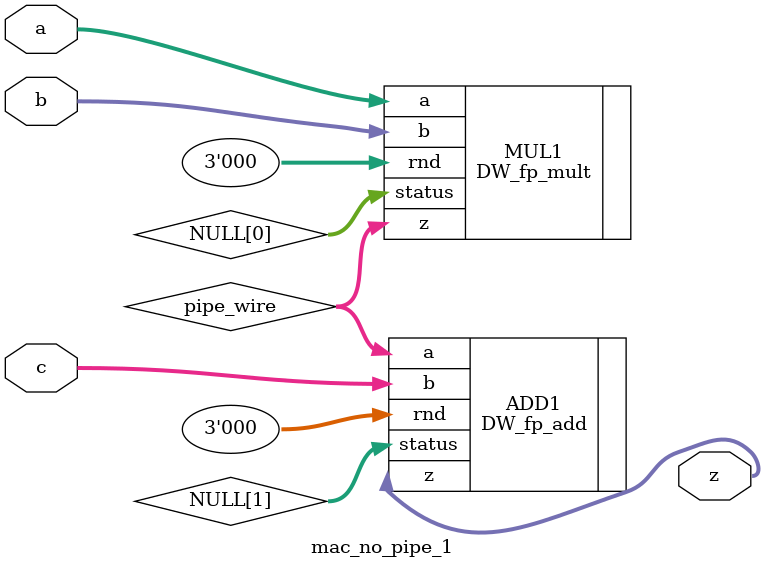
<source format=v>


module ATTN(
    //Input Port
    clk,
    rst_n,

    in_valid,
    in_str,
    q_weight,
    k_weight,
    v_weight,
    out_weight,

    //Output Port
    out_valid,
    out
    );

	//---------------------------------------------------------------------
	//   PARAMETER
	//---------------------------------------------------------------------
	integer i, j, k, l;
	// IEEE floating point parameter
	parameter inst_sig_width = 23;
	parameter inst_exp_width = 8;
	parameter inst_ieee_compliance = 0;
	parameter inst_arch_type = 0;
	parameter inst_arch = 0;
	parameter inst_faithful_round = 0;
	parameter sqare_root_2      = 32'b00111111101101010000010011110011;
	parameter rcp_square_root_2 = 32'b00111111001101010000010011110011;

	parameter IDLE = 3'd0;
	parameter IN = 3'd1;
	parameter CAL = 3'd2;
	parameter OUT = 3'd3;

	input rst_n, clk, in_valid;
	input [inst_sig_width+inst_exp_width:0] in_str, q_weight, k_weight, v_weight, out_weight;

	output reg	out_valid;
	output reg [inst_sig_width+inst_exp_width:0] out;

	//---------------------------------------------------------------------
	//   Reg & Wires
	//---------------------------------------------------------------------
	reg  [7:0] cnt;
	reg  [inst_sig_width+inst_exp_width:0] in_str_r   [0:4][0:3];
	reg  [inst_sig_width+inst_exp_width:0] q_weight_r [0:3][0:3];
	reg  [inst_sig_width+inst_exp_width:0] k_weight_r [0:3][0:3];
	reg  [inst_sig_width+inst_exp_width:0] v_weight_r [0:3][0:3];
	reg  [inst_sig_width+inst_exp_width:0] o_weight_r [0:3][0:3];

	reg  [inst_sig_width+inst_exp_width:0] K [0:4][0:3];
	reg  [inst_sig_width+inst_exp_width:0] V [0:4][0:3];
	reg  [inst_sig_width+inst_exp_width:0] Q [0:4][0:3];


	reg  [inst_sig_width+inst_exp_width:0] mac_1_a, mac_1_b, mac_1_c;
	wire [inst_sig_width+inst_exp_width:0] mac_1_z;

	reg  [inst_sig_width+inst_exp_width:0] mac_2_a, mac_2_b, mac_2_c;
	wire [inst_sig_width+inst_exp_width:0] mac_2_z;

	reg  [inst_sig_width+inst_exp_width:0] mac_3_a, mac_3_b, mac_3_c;
	wire [inst_sig_width+inst_exp_width:0] mac_3_z;

	reg  [inst_sig_width+inst_exp_width:0] mac_4_a, mac_4_b, mac_4_c;
	wire [inst_sig_width+inst_exp_width:0] mac_4_z;

	reg  [inst_sig_width+inst_exp_width:0] mac_5_a, mac_5_b, mac_5_c;
	wire [inst_sig_width+inst_exp_width:0] mac_5_z;

	reg  [inst_sig_width+inst_exp_width:0] mac_6_a, mac_6_b, mac_6_c;
	wire [inst_sig_width+inst_exp_width:0] mac_6_z;

	reg  [inst_sig_width+inst_exp_width:0] mac_7_a, mac_7_b, mac_7_c;
	wire [inst_sig_width+inst_exp_width:0] mac_7_z;

	reg  [inst_sig_width+inst_exp_width:0] dp4_1_a, dp4_1_b, dp4_1_c, dp4_1_d, dp4_1_e, dp4_1_f, dp4_1_g, dp4_1_h;
	wire [inst_sig_width+inst_exp_width:0] dp4_1_z;

	reg  [inst_sig_width+inst_exp_width:0] dp2_1_a, dp2_1_b, dp2_1_c, dp2_1_d;
	wire [inst_sig_width+inst_exp_width:0] dp2_1_z;

	reg  [inst_sig_width+inst_exp_width:0] dp2_2_a, dp2_2_b, dp2_2_c, dp2_2_d;
	wire [inst_sig_width+inst_exp_width:0] dp2_2_z;

	reg  [inst_sig_width+inst_exp_width:0] div_1_a, div_1_b;
	wire [inst_sig_width+inst_exp_width:0] div_1_z;

	reg  [inst_sig_width+inst_exp_width:0] div_2_a, div_2_b;
	wire [inst_sig_width+inst_exp_width:0] div_2_z;

	reg  [inst_sig_width+inst_exp_width:0] exp_1_a;
	wire [inst_sig_width+inst_exp_width:0] exp_1_z;

	reg  [inst_sig_width+inst_exp_width:0] exp_2_a;
	wire [inst_sig_width+inst_exp_width:0] exp_2_z;

	reg  [inst_sig_width+inst_exp_width:0] add_1_a, add_1_b;
	wire [inst_sig_width+inst_exp_width:0] add_1_z;

	reg  [inst_sig_width+inst_exp_width:0] add_2_a, add_2_b;
	wire [inst_sig_width+inst_exp_width:0] add_2_z;

	reg  [inst_sig_width+inst_exp_width:0] div_s1_a, div_s1_b;
	wire [inst_sig_width+inst_exp_width:0] div_s1_z;

	reg  [inst_sig_width+inst_exp_width:0] div_s2_a, div_s2_b;
	wire [inst_sig_width+inst_exp_width:0] div_s2_z;



	wire [7:0] NULL [8:0];

	reg flush_trigger_mac_23;
	reg flush_trigger_mac_567;

	reg [31:0] exp_val_1 [0:4];
	reg [31:0] exp_val_2 [0:4];

	reg [31:0] ad_2_a_fw_1;
	reg [31:0] ad_2_a_fw_2;
	reg [31:0] ad_2_a_fw_3;
	reg [31:0] ad_2_a_fw_4;

	reg [31:0] ad_1_a_fw_1;
	reg [31:0] ad_1_a_fw_2;
	reg [31:0] ad_1_a_fw_3;
	reg [31:0] ad_1_a_fw_4;


	reg [31:0] exp_1_pipeline;
	reg [31:0] exp_2_pipeline;

	wire [31:0] fz_dp2_dv_1, fz_dp2_dv_2;

	reg o_r;

	//---------------------------------------------------------------------
	// IPs
	//---------------------------------------------------------------------
	// mac
	mac_no_pipe_1  mac_1 (.a(mac_1_a), .b(mac_1_b), .c(mac_1_c), .z(mac_1_z));
	mac_no_pipe_1  mac_2 (.a(mac_2_a), .b(mac_2_b), .c(mac_2_c), .z(mac_2_z));
	mac_no_pipe_1  mac_3 (.a(mac_3_a), .b(mac_3_b), .c(mac_3_c), .z(mac_3_z));
	mac_no_pipe_1  mac_4 (.a(mac_4_a), .b(mac_4_b), .c(mac_4_c), .z(mac_4_z));
	mac_no_pipe_1  mac_5 (.a(mac_5_a), .b(mac_5_b), .c(mac_5_c), .z(mac_5_z));
	mac_no_pipe_1  mac_6 (.a(mac_6_a), .b(mac_6_b), .c(mac_6_c), .z(mac_6_z));
	mac_no_pipe_1  mac_7 (.a(mac_7_a), .b(mac_7_b), .c(mac_7_c), .z(mac_7_z));

	dp4_no_pipe dp4_1 (.a(dp4_1_a), .b(dp4_1_b), .c(dp4_1_c), .d(dp4_1_d), .e(dp4_1_e), .f(dp4_1_f), .g(dp4_1_g), .h(dp4_1_h), .z(dp4_1_z));

	// dot 2
	dot2_no_pipe dp2_1 (.a(dp2_1_a), .b(dp2_1_b), .c(dp2_1_c), .d(dp2_1_d), .z(fz_dp2_dv_1));
	dot2_no_pipe dp2_2 (.a(dp2_2_a), .b(dp2_2_b), .c(dp2_2_c), .d(dp2_2_d), .z(fz_dp2_dv_2));

	// div
	DW_fp_mult #(inst_sig_width, inst_exp_width, inst_ieee_compliance)
	DIV1 ( .a(fz_dp2_dv_1), .b(rcp_square_root_2), .z(div_1_z), .rnd(3'b000), .status(NULL[0]));

	DW_fp_mult #(inst_sig_width, inst_exp_width, inst_ieee_compliance)
	DIV2 ( .a(fz_dp2_dv_2), .b(rcp_square_root_2), .z(div_2_z), .rnd(3'b000), .status(NULL[1]));

	DW_fp_exp #(inst_sig_width, inst_exp_width, inst_ieee_compliance, inst_arch)
	EXP1 ( .a(exp_1_a), .z(exp_1_z), .status(NULL[2]));

	DW_fp_exp #(inst_sig_width, inst_exp_width, inst_ieee_compliance, inst_arch)
	EXP2 ( .a(exp_2_a), .z(exp_2_z), .status(NULL[3]));

	DW_fp_add #(inst_sig_width, inst_exp_width, inst_ieee_compliance)
	ADD1 ( .a(add_1_a), .b(add_1_b), .z(add_1_z), .rnd(3'b000), .status(NULL[4]));

	DW_fp_add #(inst_sig_width, inst_exp_width, inst_ieee_compliance)
	ADD2 ( .a(add_2_a), .b(add_2_b), .z(add_2_z), .rnd(3'b000), .status(NULL[5]));

	DW_fp_div #(inst_sig_width, inst_exp_width, inst_ieee_compliance, inst_faithful_round)
	DIVs1 ( .a(div_s1_a), .b(div_s1_b), .z(div_s1_z), .rnd(3'b000), .status(NULL[6]));

	DW_fp_div #(inst_sig_width, inst_exp_width, inst_ieee_compliance, inst_faithful_round)
	DIVs2 ( .a(div_s2_a), .b(div_s2_b), .z(div_s2_z), .rnd(3'b000), .status(NULL[7]));

	//---------------------------------------------------------------------
	// Design
	//---------------------------------------------------------------------

	always @(posedge clk or negedge rst_n) begin
	    if (~rst_n) begin
			cnt <= 'd0;
		end
		else begin
			if (in_valid) begin
				cnt <= cnt + 'b1;
			end
			else if (cnt == 'd54) begin
				cnt <= 'd0;
			end
			else if (cnt > 'd0) begin
				cnt <= cnt + 'b1;
			end
			else begin
				cnt <= 'd0;
			end
		end
	end

	always @(posedge clk, negedge rst_n) begin
		if (~rst_n) begin
			for (i = 0; i < 4; i = i + 1) begin
				for (j = 0; j < 4; j = j + 1) begin
					q_weight_r[i][j] <= 'd0;
					v_weight_r[i][j] <= 'd0;
					o_weight_r[i][j] <= 'd0;
				end
			end
		end
		else begin
			if (cnt < 'd16 && in_valid) begin
				q_weight_r[cnt[3:2]][cnt[1:0]] <= q_weight;
				v_weight_r[cnt[3:2]][cnt[1:0]] <= v_weight;
				o_weight_r[cnt[3:2]][cnt[1:0]] <= out_weight;
			end
		end
	end

	always @(posedge clk, negedge rst_n) begin
		if (~rst_n) begin
			o_r <= 'd0;
		end
		else begin
			if (cnt < 'd15 || cnt == 'd54) begin
				o_r <= 1'b1;
			end
			else begin
				o_r <= 1'b0;
			end
		end
	end
	

	always @(posedge clk, negedge rst_n) begin
		if (~rst_n) begin
			for (i = 0; i < 5; i = i + 1) begin
				for (j = 0; j < 4; j = j + 1) begin
					in_str_r[i][j] <= 'd0;
				end
			end
		end
		else begin
			if (cnt < 'd20 && in_valid) begin
				in_str_r[cnt[4:2]][cnt[1:0]] <= in_str;
			end
		end
	end

	always @(posedge clk, negedge rst_n) begin
		if (~rst_n) begin
			out_valid <= 'd0;
		end
		else if (cnt == 'd34) begin
			out_valid <= 'd1;
		end
		else if (cnt == 'd54) begin
			out_valid <= 'd0;
		end
	end




	always @(posedge clk or negedge rst_n) begin
		if (~rst_n) begin
			out <= 'b0;
		end
		else begin
			if (cnt > 'd33 && cnt < 'd54) begin
				out <= dp4_1_z;
			end
			else if (cnt == 'd54) begin
				out <= 'd0;
			end
		end
	end

	always @(posedge clk, negedge rst_n) begin
		if (~rst_n) begin
			mac_4_c <= 'd0;
		end
		else begin
			if (cnt == 'd0 || cnt == 'd4 || cnt == 'd8 || cnt == 'd12 || cnt == 'd16 || cnt == 'd20 || cnt == 'd24 || cnt == 'd29 || cnt == 'd34 || cnt == 'd39 || cnt == 'd44) begin
				mac_4_c <= 'd0;
			end
			else begin
				mac_4_c <= mac_4_z;
			end
		end
	end

	always @(posedge clk, negedge rst_n) begin
		if (~rst_n) begin
			mac_1_c <= 'd0;
		end
		else begin
			if (cnt == 'd0 || cnt == 'd4 || cnt == 'd8 || cnt == 'd12 || cnt == 'd16 || cnt == 'd20 || cnt == 'd24 || cnt == 'd29 || cnt == 'd34 || cnt == 'd39 || cnt == 'd44) begin
				mac_1_c <= 'd0;
			end
			else begin
				mac_1_c <= mac_1_z;
			end
		end
	end

	always @(posedge clk, negedge rst_n) begin
		if (~rst_n) begin
			flush_trigger_mac_23 <= 'd0;
		end
		else begin
			if (cnt == 'd3 || cnt == 'd7 || cnt == 'd11 || cnt == 'd15 || cnt == 'd19 || cnt == 'd23 || cnt == 'd28 || cnt == 'd33 || cnt == 'd38 || cnt == 'd43) begin
				flush_trigger_mac_23 <= 'd1;
			end
			else begin
				flush_trigger_mac_23 <= 'd0;
			end
		end
	end

	always @(posedge clk, negedge rst_n) begin
		if (~rst_n) begin
			mac_2_c <= 'd0;
		end
		else begin
			if (flush_trigger_mac_23) begin
				mac_2_c <= 'd0;
			end
			else begin
				mac_2_c <= mac_2_z;
			end
		end
	end

	always @(posedge clk, negedge rst_n) begin
		if (~rst_n) begin
			mac_3_c <= 'd0;
		end
		else begin
			if (flush_trigger_mac_23) begin
				mac_3_c <= 'd0;
			end
			else begin
				mac_3_c <= mac_3_z;
			end
		end
	end

	
	always @(posedge clk, negedge rst_n) begin
		if (~rst_n) begin
			flush_trigger_mac_567 <= 'd0;
		end
		else begin
			if (cnt[1:0] == 2'b11) begin
				flush_trigger_mac_567 <= 'd1;
			end
			else begin
				flush_trigger_mac_567 <= 'd0;
			end
		end
	end

	always @(posedge clk, negedge rst_n) begin
		if (~rst_n) begin
			mac_5_c <= 'd0;
		end
		else begin
			if (flush_trigger_mac_567) begin
				mac_5_c <= 'd0;
			end
			else begin
				mac_5_c <= mac_5_z;
			end
		end
	end

	always @(posedge clk, negedge rst_n) begin
		if (~rst_n) begin
			mac_6_c <= 'd0;
		end
		else begin
			if (flush_trigger_mac_567) begin
				mac_6_c <= 'd0;
			end
			else begin
				mac_6_c <= mac_6_z;
			end
		end
	end
	

	always @(posedge clk, negedge rst_n) begin
		if (~rst_n) begin
			mac_7_c <= 'd0;
		end
		else begin
			if (flush_trigger_mac_567) begin
				mac_7_c <= 'd0;
			end
			else begin
				mac_7_c <= mac_7_z;
			end
		end
	end

	always @(posedge clk, negedge rst_n) begin
		if (~rst_n) begin
			for (i = 0; i < 5; i = i + 1) begin
				for (j = 0; j < 4; j = j + 1) begin
					Q[i][j] <= 'd0;
				end
			end
		end
		else begin
			// if (cnt == 'd0) begin
			// 	for (i = 0; i < 5; i = i + 1) begin
			// 		for (j = 0; j < 4; j = j + 1) begin
			// 			Q[i][j] <= 'd0;
			// 		end
			// 	end
			// end
			// else begin
				case (cnt)
					'd1, 'd2, 'd3, 'd4: begin
						Q[0][0] <= mac_1_z;
					end
					'd5, 'd6, 'd7, 'd8: begin
						Q[0][1] <= mac_1_z;
						Q[1][0] <= mac_2_z;
						Q[1][1] <= mac_3_z;
					end
					'd9, 'd10, 'd11, 'd12: begin
						Q[0][2] <= mac_1_z;
						Q[1][2] <= mac_2_z;
						Q[2][0] <= mac_3_z;
					end
					'd13, 'd14, 'd15, 'd16: begin
						Q[0][3] <= mac_1_z;
					end
					'd17, 'd18, 'd19, 'd20: begin
						Q[1][3] <= mac_1_z;
					end
					'd21, 'd22, 'd23: begin
						Q[2][1] <= mac_1_z;
						Q[2][2] <= mac_2_z;
						Q[2][3] <= mac_3_z;
					end
					'd24: begin
						Q[2][1] <= mac_1_z;
						Q[2][2] <= mac_2_z;
						Q[2][3] <= mac_3_z;
						Q[3][0] <= dp4_1_z;
					end
					'd25: begin
						Q[3][1] <= dp4_1_z;
					end
					'd26: begin
						Q[3][2] <= dp4_1_z;
					end
					'd27: begin
						Q[3][3] <= dp4_1_z;
					end
					'd28: begin
						Q[4][0] <= dp4_1_z;
					end
					'd29: begin
						Q[4][1] <= dp4_1_z;
					end
					'd30: begin
						Q[4][2] <= dp4_1_z;
					end
					'd31: begin
						Q[4][3] <= dp4_1_z;
					end
				endcase
			// end
		end
	end

	always @(posedge clk, negedge rst_n) begin
		if (~rst_n) begin
			for (i = 0; i < 5; i = i + 1) begin
				for (j = 0; j < 4; j = j + 1) begin
					K[i][j] <= 'd0;
				end
			end
		end
		else begin
			// if (cnt == 'd0) begin
			// 	for (i = 0; i < 5; i = i + 1) begin
			// 		for (j = 0; j < 4; j = j + 1) begin
			// 			K[i][j] <= 'd0;
			// 		end
			// 	end
			// end
			// else begin
				case (cnt)
					'd1, 'd2, 'd3, 'd4: begin
						K[0][0] <= mac_4_z;
					end
					'd5, 'd6, 'd7, 'd8: begin
						K[0][1] <= mac_4_z;
						K[1][0] <= mac_5_z;
						K[1][1] <= mac_6_z;
					end
					'd9: begin
						K[0][2] <= mac_4_z;
						K[1][2] <= mac_5_z;
						K[2][0] <= mac_6_z;
						K[2][2] <= mac_7_z;
					end
					'd10: begin
						K[0][2] <= mac_4_z;
						K[1][2] <= mac_5_z;
						K[2][0] <= mac_6_z;
						K[2][2] <= mac_7_z;
					end
					'd11: begin
						K[0][2] <= mac_4_z;
						K[1][2] <= mac_5_z;
						K[2][0] <= mac_6_z;
						K[2][2] <= mac_7_z;
					end
					'd12: begin
						K[0][2] <= mac_4_z;
						K[1][2] <= mac_5_z;
						K[2][0] <= mac_6_z;
						K[2][1] <= dp4_1_z;
						K[2][2] <= mac_7_z;
					end
					'd13, 'd14, 'd15, 'd16: begin
						K[2][3] <= mac_2_z;
						K[1][3] <= mac_3_z;
						K[0][3] <= mac_4_z;
						K[3][0] <= mac_5_z;
						K[3][1] <= mac_6_z;
						K[3][3] <= mac_7_z;
					end
					'd17: begin
						K[4][2] <= mac_2_z;
						K[4][1] <= mac_3_z;
						K[4][0] <= mac_4_z;
						K[4][3] <= mac_5_z;
						K[3][2] <= dp4_1_z;
					end
					'd18: begin
						K[4][2] <= mac_2_z;
						K[4][1] <= mac_3_z;
						K[4][0] <= mac_4_z;
						K[4][3] <= mac_5_z;
					end
					'd19: begin
						K[4][2] <= mac_2_z;
						K[4][1] <= mac_3_z;
						K[4][0] <= mac_4_z;
						K[4][3] <= mac_5_z;
					end
					'd20: begin
						K[4][2] <= mac_2_z;
						K[4][1] <= mac_3_z;
						K[4][0] <= mac_4_z;
						K[4][3] <= mac_5_z;
					end
				endcase
			// end
		end
	end

	always @(posedge clk, negedge rst_n) begin
		if (~rst_n) begin
			for (i = 0; i < 5; i = i + 1) begin
				for (j = 0; j < 4; j = j + 1) begin
					V[i][j] <= 'd0;
				end
			end
		end
		else begin
			// if (cnt == 'd0) begin
			// 	for (i = 0; i < 5; i = i + 1) begin
			// 		for (j = 0; j < 4; j = j + 1) begin
			// 			V[i][j] <= 'd0;
			// 		end
			// 	end
			// end
			// else begin
				case (cnt)
					'd1, 'd2, 'd3, 'd4: begin
					end
					'd8: begin
						V[0][0] <= dp4_1_z;
					end
					'd9: begin
						V[0][1] <= dp4_1_z;
					end
					'd10: begin
						V[1][0] <= dp4_1_z;
					end
					'd11: begin
						V[1][1] <= dp4_1_z;
					end
					'd13: begin
						V[0][2] <= dp4_1_z;
					end
					'd14: begin
						V[2][0] <= dp4_1_z;
					end
					'd15: begin
						V[2][1] <= dp4_1_z;
					end
					'd16: begin
						V[2][3] <= dp4_1_z;
					end
					'd17: begin
						V[3][0] <= mac_7_z;
						V[0][3] <= mac_6_z;
					end
					'd18: begin
						V[3][0] <= mac_7_z;
						V[0][3] <= mac_6_z;
						V[3][1] <= dp4_1_z;
					end
					'd19: begin
						V[3][0] <= mac_7_z;
						V[0][3] <= mac_6_z;
						V[3][2] <= dp4_1_z;
					end
					'd20: begin
						V[3][0] <= mac_7_z;
						V[0][3] <= mac_6_z;
						V[4][0] <= dp4_1_z;
					end
					'd21: begin
						V[1][2] <= mac_4_z;
						V[2][2] <= mac_5_z;
						V[1][3] <= mac_6_z;
						V[3][3] <= mac_7_z;
						V[4][1] <= dp4_1_z;
					end
					'd22: begin
						V[1][2] <= mac_4_z;
						V[2][2] <= mac_5_z;
						V[1][3] <= mac_6_z;
						V[3][3] <= mac_7_z;
						V[4][2] <= dp4_1_z;
					end
					'd23: begin
						V[1][2] <= mac_4_z;
						V[2][2] <= mac_5_z;
						V[1][3] <= mac_6_z;
						V[3][3] <= mac_7_z;
						V[4][3] <= dp4_1_z;
					end
					'd24: begin
						V[1][2] <= mac_4_z;
						V[2][2] <= mac_5_z;
						V[1][3] <= mac_6_z;
						V[3][3] <= mac_7_z;
					end
				endcase
			// end
		end
	end

	always @(posedge clk, negedge rst_n) begin
		if (~rst_n) begin
			mac_1_a <= 'd0;
			mac_1_b <= 'd0;
		end
		else begin
			case (cnt)
				// Q00
				'd0, 'd1, 'd2, 'd3: begin
					mac_1_a <= in_str;
					mac_1_b <= q_weight;
				end
				// Q01
				'd4: begin
					mac_1_a <= in_str_r  [0][0];
					mac_1_b <= q_weight;
				end
				'd5: begin
					mac_1_a <= in_str_r  [0][1];
					mac_1_b <= q_weight;
				end
				'd6: begin
					mac_1_a <= in_str_r  [0][2];
					mac_1_b <= q_weight;
				end
				'd7: begin
					mac_1_a <= in_str_r  [0][3];
					mac_1_b <= q_weight;
				end
				// Q02
				'd8: begin
					mac_1_a <= in_str_r  [0][0];
					mac_1_b <= q_weight;
				end
				'd9: begin
					mac_1_a <= in_str_r  [0][1];
					mac_1_b <= q_weight;
				end
				'd10: begin
					mac_1_a <= in_str_r  [0][2];
					mac_1_b <= q_weight;
				end
				'd11: begin
					mac_1_a <= in_str_r  [0][3];
					mac_1_b <= q_weight;
				end
				// Q03
				'd12: begin
					mac_1_a <= in_str_r  [0][0];
					mac_1_b <= q_weight;
				end
				'd13: begin
					mac_1_a <= in_str_r  [0][1];
					mac_1_b <= q_weight;
				end
				'd14: begin
					mac_1_a <= in_str_r  [0][2];
					mac_1_b <= q_weight;
				end
				'd15: begin
					mac_1_a <= in_str_r  [0][3];
					mac_1_b <= q_weight;
				end
				// Q13
				'd16: begin
					mac_1_a <= in_str_r   [1][0];
					mac_1_b <= q_weight_r [3][0];
				end
				'd17: begin
					mac_1_a <= in_str_r   [1][1];
					mac_1_b <= q_weight_r [3][1];
				end
				'd18: begin
					mac_1_a <= in_str_r   [1][2];
					mac_1_b <= q_weight_r [3][2];
				end
				'd19: begin
					mac_1_a <= in_str_r   [1][3];
					mac_1_b <= q_weight_r [3][3];
				end
				// Q21
				'd20: begin
					mac_1_a <= in_str_r   [2][0];
					mac_1_b <= q_weight_r [1][0];
				end
				'd21: begin
					mac_1_a <= in_str_r   [2][1];
					mac_1_b <= q_weight_r [1][1];
				end
				'd22: begin
					mac_1_a <= in_str_r   [2][2];
					mac_1_b <= q_weight_r [1][2];
				end
				'd23: begin
					mac_1_a <= in_str_r   [2][3];
					mac_1_b <= q_weight_r [1][3];
				end
				// HO
				'd24: begin
					mac_1_a <= div_s1_z;
					mac_1_b <= V [0][0];
				end
				'd25: begin
					mac_1_a <= div_s1_z;
					mac_1_b <= V [1][0];
				end
				'd26: begin
					mac_1_a <= div_s1_z;
					mac_1_b <= V [2][0];
				end
				'd27: begin
					mac_1_a <= div_s1_z;
					mac_1_b <= V [3][0];
				end
				'd28: begin
					mac_1_a <= div_s1_z;
					mac_1_b <= V [4][0];
				end
				'd29: begin
					mac_1_a <= div_s1_z;
					mac_1_b <= V [0][0];
				end
				'd30: begin
					mac_1_a <= div_s1_z;
					mac_1_b <= V [1][0];
				end
				'd31: begin
					mac_1_a <= div_s1_z;
					mac_1_b <= V [2][0];
				end
				'd32: begin
					mac_1_a <= div_s1_z;
					mac_1_b <= V [3][0];
				end
				'd33: begin
					mac_1_a <= div_s1_z;
					mac_1_b <= V [4][0];
				end
				'd34: begin
					mac_1_a <= div_s1_z;
					mac_1_b <= V [0][0];
				end
				'd35: begin
					mac_1_a <= div_s1_z;
					mac_1_b <= V [1][0];
				end
				'd36: begin
					mac_1_a <= div_s1_z;
					mac_1_b <= V [2][0];
				end
				'd37: begin
					mac_1_a <= div_s1_z;
					mac_1_b <= V [3][0];
				end
				'd38: begin
					mac_1_a <= div_s1_z;
					mac_1_b <= V [4][0];
				end
				'd39: begin
					mac_1_a <= div_s1_z;
					mac_1_b <= V [0][0];
				end
				'd40: begin
					mac_1_a <= div_s1_z;
					mac_1_b <= V [1][0];
				end
				'd41: begin
					mac_1_a <= div_s1_z;
					mac_1_b <= V [2][0];
				end
				'd42: begin
					mac_1_a <= div_s1_z;
					mac_1_b <= V [3][0];
				end
				'd43: begin
					mac_1_a <= div_s1_z;
					mac_1_b <= V [4][0];
				end
				'd44: begin
					mac_1_a <= div_s1_z;
					mac_1_b <= V [0][0];
				end
				'd45: begin
					mac_1_a <= div_s1_z;
					mac_1_b <= V [1][0];
				end
				'd46: begin
					mac_1_a <= div_s1_z;
					mac_1_b <= V [2][0];
				end
				'd47: begin
					mac_1_a <= div_s1_z;
					mac_1_b <= V [3][0];
				end
				'd48: begin
					mac_1_a <= div_s1_z;
					mac_1_b <= V [4][0];
				end
				'd54: begin
					mac_1_a <= 'd0;
					mac_1_b <= 'd0;
				end

				default: begin
					mac_1_a <= 'd0;
					mac_1_b <= 'd0;
				end
			endcase
		end
	end

	always @(posedge clk, negedge rst_n) begin
		if (~rst_n) begin
			mac_2_a <= 'd0;
			mac_2_b <= 'd0;
		end
		else begin
			case (cnt)
				// Q10
				'd4: begin
					mac_2_a <= in_str;
					mac_2_b <= q_weight_r [0][0];
				end
				'd5: begin
					mac_2_a <= in_str;
					mac_2_b <= q_weight_r [0][1];
				end
				'd6: begin
					mac_2_a <= in_str;
					mac_2_b <= q_weight_r [0][2];
				end
				'd7: begin
					mac_2_a <= in_str;
					mac_2_b <= q_weight_r [0][3];
				end
				// Q12
				'd8: begin
					mac_2_a <= in_str_r   [1][0];
					mac_2_b <= q_weight;
				end
				'd9: begin
					mac_2_a <= in_str_r   [1][1];
					mac_2_b <= q_weight;
				end
				'd10: begin
					mac_2_a <= in_str_r   [1][2];
					mac_2_b <= q_weight;
				end
				'd11: begin
					mac_2_a <= in_str_r   [1][3];
					mac_2_b <= q_weight;
				end
				// K23
				'd12: begin
					mac_2_a <= in_str_r   [2][0];
					mac_2_b <= k_weight;
				end
				'd13: begin
					mac_2_a <= in_str_r   [2][1];
					mac_2_b <= k_weight;
				end
				'd14: begin
					mac_2_a <= in_str_r   [2][2];
					mac_2_b <= k_weight;
				end
				'd15: begin
					mac_2_a <= in_str_r   [2][3];
					mac_2_b <= k_weight;
				end
				// K42
				'd16: begin
					mac_2_a <= in_str;
					mac_2_b <= k_weight_r [2][0];
				end
				'd17: begin
					mac_2_a <= in_str;
					mac_2_b <= k_weight_r [2][1];
				end
				'd18: begin
					mac_2_a <= in_str;
					mac_2_b <= k_weight_r [2][2];
				end
				'd19: begin
					mac_2_a <= in_str;
					mac_2_b <= k_weight_r [2][3];
				end
				// Q22
				'd20: begin
					mac_2_a <= in_str_r   [2][0];
					mac_2_b <= q_weight_r [2][0];
				end
				'd21: begin
					mac_2_a <= in_str_r   [2][1];
					mac_2_b <= q_weight_r [2][1];
				end
				'd22: begin
					mac_2_a <= in_str_r   [2][2];
					mac_2_b <= q_weight_r [2][2];
				end
				'd23: begin
					mac_2_a <= in_str_r   [2][3];
					mac_2_b <= q_weight_r [2][3];
				end
				// HO
				'd24: begin
					mac_2_a <= div_s1_z;
					mac_2_b <= V [0][1];
				end
				'd25: begin
					mac_2_a <= div_s1_z;
					mac_2_b <= V [1][1];
				end
				'd26: begin
					mac_2_a <= div_s1_z;
					mac_2_b <= V [2][1];
				end
				'd27: begin
					mac_2_a <= div_s1_z;
					mac_2_b <= V [3][1];
				end
				'd28: begin
					mac_2_a <= div_s1_z;
					mac_2_b <= V [4][1];
				end
				'd29: begin
					mac_2_a <= div_s1_z;
					mac_2_b <= V [0][1];
				end
				'd30: begin
					mac_2_a <= div_s1_z;
					mac_2_b <= V [1][1];
				end
				'd31: begin
					mac_2_a <= div_s1_z;
					mac_2_b <= V [2][1];
				end
				'd32: begin
					mac_2_a <= div_s1_z;
					mac_2_b <= V [3][1];
				end
				'd33: begin
					mac_2_a <= div_s1_z;
					mac_2_b <= V [4][1];
				end
				'd34: begin
					mac_2_a <= div_s1_z;
					mac_2_b <= V [0][1];
				end
				'd35: begin
					mac_2_a <= div_s1_z;
					mac_2_b <= V [1][1];
				end
				'd36: begin
					mac_2_a <= div_s1_z;
					mac_2_b <= V [2][1];
				end
				'd37: begin
					mac_2_a <= div_s1_z;
					mac_2_b <= V [3][1];
				end
				'd38: begin
					mac_2_a <= div_s1_z;
					mac_2_b <= V [4][1];
				end
				'd39: begin
					mac_2_a <= div_s1_z;
					mac_2_b <= V [0][1];
				end
				'd40: begin
					mac_2_a <= div_s1_z;
					mac_2_b <= V [1][1];
				end
				'd41: begin
					mac_2_a <= div_s1_z;
					mac_2_b <= V [2][1];
				end
				'd42: begin
					mac_2_a <= div_s1_z;
					mac_2_b <= V [3][1];
				end
				'd43: begin
					mac_2_a <= div_s1_z;
					mac_2_b <= V [4][1];
				end
				'd44: begin
					mac_2_a <= div_s1_z;
					mac_2_b <= V [0][1];
				end
				'd45: begin
					mac_2_a <= div_s1_z;
					mac_2_b <= V [1][1];
				end
				'd46: begin
					mac_2_a <= div_s1_z;
					mac_2_b <= V [2][1];
				end
				'd47: begin
					mac_2_a <= div_s1_z;
					mac_2_b <= V [3][1];
				end
				'd48: begin
					mac_2_a <= div_s1_z;
					mac_2_b <= V [4][1];
				end

				default: begin
					mac_2_a <= 'd0;
					mac_2_b <= 'd0;
				end
			endcase
		end
	end

	always @(posedge clk, negedge rst_n) begin
		if (~rst_n) begin
			mac_3_a <= 'd0;
			mac_3_b <= 'd0;
		end
		else begin
			case (cnt)
				// Q11
				'd4: begin
					mac_3_a <= in_str;
					mac_3_b <= q_weight;
				end
				'd5: begin
					mac_3_a <= in_str;
					mac_3_b <= q_weight;
				end
				'd6: begin
					mac_3_a <= in_str;
					mac_3_b <= q_weight;
				end
				'd7: begin
					mac_3_a <= in_str;
					mac_3_b <= q_weight;
				end
				// Q20
				'd8: begin
					mac_3_a <= in_str;
					mac_3_b <= q_weight_r [0][0];
				end
				'd9: begin
					mac_3_a <= in_str;
					mac_3_b <= q_weight_r [0][1];
				end
				'd10: begin
					mac_3_a <= in_str;
					mac_3_b <= q_weight_r [0][2];
				end
				'd11: begin
					mac_3_a <= in_str;
					mac_3_b <= q_weight_r [0][3];
				end
				// K13
				'd12: begin
					mac_3_a <= in_str_r   [1][0];
					mac_3_b <= k_weight;
				end
				'd13: begin
					mac_3_a <= in_str_r   [1][1];
					mac_3_b <= k_weight;
				end
				'd14: begin
					mac_3_a <= in_str_r   [1][2];
					mac_3_b <= k_weight;
				end
				'd15: begin
					mac_3_a <= in_str_r   [1][3];
					mac_3_b <= k_weight;
				end
				// K41
				'd16: begin
					mac_3_a <= in_str;
					mac_3_b <= k_weight_r [1][0];
				end
				'd17: begin
					mac_3_a <= in_str;
					mac_3_b <= k_weight_r [1][1];
				end
				'd18: begin
					mac_3_a <= in_str;
					mac_3_b <= k_weight_r [1][2];
				end
				'd19: begin
					mac_3_a <= in_str;
					mac_3_b <= k_weight_r [1][3];
				end
				// Q23
				'd20: begin
					mac_3_a <= in_str_r   [2][0];
					mac_3_b <= q_weight_r [3][0];
				end
				'd21: begin
					mac_3_a <= in_str_r   [2][1];
					mac_3_b <= q_weight_r [3][1];
				end
				'd22: begin
					mac_3_a <= in_str_r   [2][2];
					mac_3_b <= q_weight_r [3][2];
				end
				'd23: begin
					mac_3_a <= in_str_r   [2][3];
					mac_3_b <= q_weight_r [3][3];
				end
				// HO
				'd24: begin
					mac_3_a <= div_s2_z;
					mac_3_b <= V [0][2];
				end
				'd25: begin
					mac_3_a <= div_s2_z;
					mac_3_b <= V [1][2];
				end
				'd26: begin
					mac_3_a <= div_s2_z;
					mac_3_b <= V [2][2];
				end
				'd27: begin
					mac_3_a <= div_s2_z;
					mac_3_b <= V [3][2];
				end
				'd28: begin
					mac_3_a <= div_s2_z;
					mac_3_b <= V [4][2];
				end
				'd29: begin
					mac_3_a <= div_s2_z;
					mac_3_b <= V [0][2];
				end
				'd30: begin
					mac_3_a <= div_s2_z;
					mac_3_b <= V [1][2];
				end
				'd31: begin
					mac_3_a <= div_s2_z;
					mac_3_b <= V [2][2];
				end
				'd32: begin
					mac_3_a <= div_s2_z;
					mac_3_b <= V [3][2];
				end
				'd33: begin
					mac_3_a <= div_s2_z;
					mac_3_b <= V [4][2];
				end
				'd34: begin
					mac_3_a <= div_s2_z;
					mac_3_b <= V [0][2];
				end
				'd35: begin
					mac_3_a <= div_s2_z;
					mac_3_b <= V [1][2];
				end
				'd36: begin
					mac_3_a <= div_s2_z;
					mac_3_b <= V [2][2];
				end
				'd37: begin
					mac_3_a <= div_s2_z;
					mac_3_b <= V [3][2];
				end
				'd38: begin
					mac_3_a <= div_s2_z;
					mac_3_b <= V [4][2];
				end
				'd39: begin
					mac_3_a <= div_s2_z;
					mac_3_b <= V [0][2];
				end
				'd40: begin
					mac_3_a <= div_s2_z;
					mac_3_b <= V [1][2];
				end
				'd41: begin
					mac_3_a <= div_s2_z;
					mac_3_b <= V [2][2];
				end
				'd42: begin
					mac_3_a <= div_s2_z;
					mac_3_b <= V [3][2];
				end
				'd43: begin
					mac_3_a <= div_s2_z;
					mac_3_b <= V [4][2];
				end
				'd44: begin
					mac_3_a <= div_s2_z;
					mac_3_b <= V [0][2];
				end
				'd45: begin
					mac_3_a <= div_s2_z;
					mac_3_b <= V [1][2];
				end
				'd46: begin
					mac_3_a <= div_s2_z;
					mac_3_b <= V [2][2];
				end
				'd47: begin
					mac_3_a <= div_s2_z;
					mac_3_b <= V [3][2];
				end
				'd48: begin
					mac_3_a <= div_s2_z;
					mac_3_b <= V [4][2];
				end

				default: begin
					mac_3_a <= 'd0;
					mac_3_b <= 'd0;
				end
			endcase
		end
	end

	always @(posedge clk, negedge rst_n) begin
		if (~rst_n) begin
			mac_4_a <= 'd0;
			mac_4_b <= 'd0;
		end
		else begin
			case (cnt)
				// K00
				'd0, 'd1, 'd2, 'd3: begin
					mac_4_a <= in_str;
					mac_4_b <= k_weight;
				end
				// K01
				'd4: begin
					mac_4_a <= in_str_r  [0][0];
					mac_4_b <= k_weight;
				end
				'd5: begin
					mac_4_a <= in_str_r  [0][1];
					mac_4_b <= k_weight;
				end
				'd6: begin
					mac_4_a <= in_str_r  [0][2];
					mac_4_b <= k_weight;
				end
				'd7: begin
					mac_4_a <= in_str_r  [0][3];
					mac_4_b <= k_weight;
				end
				// K02
				'd8: begin
					mac_4_a <= in_str_r  [0][0];
					mac_4_b <= k_weight;
				end
				'd9: begin
					mac_4_a <= in_str_r  [0][1];
					mac_4_b <= k_weight;
				end
				'd10: begin
					mac_4_a <= in_str_r  [0][2];
					mac_4_b <= k_weight;
				end
				'd11: begin
					mac_4_a <= in_str_r  [0][3];
					mac_4_b <= k_weight;
				end
				// K03
				'd12: begin
					mac_4_a <= in_str_r  [0][0];
					mac_4_b <= k_weight;
				end
				'd13: begin
					mac_4_a <= in_str_r  [0][1];
					mac_4_b <= k_weight;
				end
				'd14: begin
					mac_4_a <= in_str_r  [0][2];
					mac_4_b <= k_weight;
				end
				'd15: begin
					mac_4_a <= in_str_r  [0][3];
					mac_4_b <= k_weight;
				end
				// K40
				'd16: begin
					mac_4_a <= in_str;
					mac_4_b <= k_weight_r [0][0];
				end
				'd17: begin
					mac_4_a <= in_str;
					mac_4_b <= k_weight_r [0][1];
				end
				'd18: begin
					mac_4_a <= in_str;
					mac_4_b <= k_weight_r [0][2];
				end
				'd19: begin
					mac_4_a <= in_str;
					mac_4_b <= k_weight_r [0][3];
				end
				// V12
				'd20: begin
					mac_4_a <= in_str_r   [1][0];
					mac_4_b <= v_weight_r [2][0];
				end
				'd21: begin
					mac_4_a <= in_str_r   [1][1];
					mac_4_b <= v_weight_r [2][1];
				end
				'd22: begin
					mac_4_a <= in_str_r   [1][2];
					mac_4_b <= v_weight_r [2][2];
				end
				'd23: begin
					mac_4_a <= in_str_r   [1][3];
					mac_4_b <= v_weight_r [2][3];
				end
				// HO
				'd24: begin
					mac_4_a <= div_s2_z;
					mac_4_b <= V [0][3];
				end
				'd25: begin
					mac_4_a <= div_s2_z;
					mac_4_b <= V [1][3];
				end
				'd26: begin
					mac_4_a <= div_s2_z;
					mac_4_b <= V [2][3];
				end
				'd27: begin
					mac_4_a <= div_s2_z;
					mac_4_b <= V [3][3];
				end
				'd28: begin
					mac_4_a <= div_s2_z;
					mac_4_b <= V [4][3];
				end
				'd29: begin
					mac_4_a <= div_s2_z;
					mac_4_b <= V [0][3];
				end
				'd30: begin
					mac_4_a <= div_s2_z;
					mac_4_b <= V [1][3];
				end
				'd31: begin
					mac_4_a <= div_s2_z;
					mac_4_b <= V [2][3];
				end
				'd32: begin
					mac_4_a <= div_s2_z;
					mac_4_b <= V [3][3];
				end
				'd33: begin
					mac_4_a <= div_s2_z;
					mac_4_b <= V [4][3];
				end
				'd34: begin
					mac_4_a <= div_s2_z;
					mac_4_b <= V [0][3];
				end
				'd35: begin
					mac_4_a <= div_s2_z;
					mac_4_b <= V [1][3];
				end
				'd36: begin
					mac_4_a <= div_s2_z;
					mac_4_b <= V [2][3];
				end
				'd37: begin
					mac_4_a <= div_s2_z;
					mac_4_b <= V [3][3];
				end
				'd38: begin
					mac_4_a <= div_s2_z;
					mac_4_b <= V [4][3];
				end
				'd39: begin
					mac_4_a <= div_s2_z;
					mac_4_b <= V [0][3];
				end
				'd40: begin
					mac_4_a <= div_s2_z;
					mac_4_b <= V [1][3];
				end
				'd41: begin
					mac_4_a <= div_s2_z;
					mac_4_b <= V [2][3];
				end
				'd42: begin
					mac_4_a <= div_s2_z;
					mac_4_b <= V [3][3];
				end
				'd43: begin
					mac_4_a <= div_s2_z;
					mac_4_b <= V [4][3];
				end
				'd44: begin
					mac_4_a <= div_s2_z;
					mac_4_b <= V [0][3];
				end
				'd45: begin
					mac_4_a <= div_s2_z;
					mac_4_b <= V [1][3];
				end
				'd46: begin
					mac_4_a <= div_s2_z;
					mac_4_b <= V [2][3];
				end
				'd47: begin
					mac_4_a <= div_s2_z;
					mac_4_b <= V [3][3];
				end
				'd48: begin
					mac_4_a <= div_s2_z;
					mac_4_b <= V [4][3];
				end

				default: begin
					mac_4_a <= 'd0;
					mac_4_b <= 'd0;
				end
			endcase
		end
	end

	always @(posedge clk, negedge rst_n) begin
		if (~rst_n) begin
			mac_5_a <= 'd0;
			mac_5_b <= 'd0;
		end
		else begin
			case (cnt)
				// K10
				'd4: begin
					mac_5_a <= in_str;
					mac_5_b <= k_weight_r [0][0];
				end
				'd5: begin
					mac_5_a <= in_str;
					mac_5_b <= k_weight_r [0][1];
				end
				'd6: begin
					mac_5_a <= in_str;
					mac_5_b <= k_weight_r [0][2];
				end
				'd7: begin
					mac_5_a <= in_str;
					mac_5_b <= k_weight_r [0][3];
				end
				// K12
				'd8: begin
					mac_5_a <= in_str_r  [1][0];
					mac_5_b <= k_weight;
				end
				'd9: begin
					mac_5_a <= in_str_r  [1][1];
					mac_5_b <= k_weight;
				end
				'd10: begin
					mac_5_a <= in_str_r  [1][2];
					mac_5_b <= k_weight;
				end
				'd11: begin
					mac_5_a <= in_str_r  [1][3];
					mac_5_b <= k_weight;
				end
				// K30
				'd12: begin
					mac_5_a <= in_str;
					mac_5_b <= k_weight_r [0][0];
				end
				'd13: begin
					mac_5_a <= in_str;
					mac_5_b <= k_weight_r [0][1];
				end
				'd14: begin
					mac_5_a <= in_str;
					mac_5_b <= k_weight_r [0][2];
				end
				'd15: begin
					mac_5_a <= in_str;
					mac_5_b <= k_weight_r [0][3];
				end
				// K43
				'd16: begin
					mac_5_a <= in_str;
					mac_5_b <= k_weight_r [3][0];
				end
				'd17: begin
					mac_5_a <= in_str;
					mac_5_b <= k_weight_r [3][1];
				end
				'd18: begin
					mac_5_a <= in_str;
					mac_5_b <= k_weight_r [3][2];
				end
				'd19: begin
					mac_5_a <= in_str;
					mac_5_b <= k_weight_r [3][3];
				end
				// V22
				'd20: begin
					mac_5_a <= in_str_r   [2][0];
					mac_5_b <= v_weight_r [2][0];
				end
				'd21: begin
					mac_5_a <= in_str_r   [2][1];
					mac_5_b <= v_weight_r [2][1];
				end
				'd22: begin
					mac_5_a <= in_str_r   [2][2];
					mac_5_b <= v_weight_r [2][2];
				end
				'd23: begin
					mac_5_a <= in_str_r   [2][3];
					mac_5_b <= v_weight_r [2][3];
				end
				default: begin
					mac_5_a <= 'd0;
					mac_5_b <= 'd0;
				end
			endcase
		end
	end

	always @(posedge clk, negedge rst_n) begin
		if (~rst_n) begin
			mac_6_a <= 'd0;
			mac_6_b <= 'd0;
		end
		else begin
			case (cnt)
				// K11
				'd4: begin
					mac_6_a <= in_str;
					mac_6_b <= k_weight;
				end
				'd5: begin
					mac_6_a <= in_str;
					mac_6_b <= k_weight;
				end
				'd6: begin
					mac_6_a <= in_str;
					mac_6_b <= k_weight;
				end
				'd7: begin
					mac_6_a <= in_str;
					mac_6_b <= k_weight;
				end
				// K20
				'd8: begin
					mac_6_a <= in_str;
					mac_6_b <= k_weight_r   [0][0];
				end
				'd9: begin
					mac_6_a <= in_str;
					mac_6_b <= k_weight_r   [0][1];
				end
				'd10: begin
					mac_6_a <= in_str;
					mac_6_b <= k_weight_r   [0][2];
				end
				'd11: begin
					mac_6_a <= in_str;
					mac_6_b <= k_weight_r   [0][3];
				end
				// K31
				'd12: begin
					mac_6_a <= in_str;
					mac_6_b <= k_weight_r [1][0];
				end
				'd13: begin
					mac_6_a <= in_str;
					mac_6_b <= k_weight_r [1][1];
				end
				'd14: begin
					mac_6_a <= in_str;
					mac_6_b <= k_weight_r [1][2];
				end
				'd15: begin
					mac_6_a <= in_str;
					mac_6_b <= k_weight_r [1][3];
				end
				// V03
				'd16: begin
					mac_6_a <= in_str_r   [0][0];
					mac_6_b <= v_weight_r [3][0];
				end
				'd17: begin
					mac_6_a <= in_str_r   [0][1];
					mac_6_b <= v_weight_r [3][1];
				end
				'd18: begin
					mac_6_a <= in_str_r   [0][2];
					mac_6_b <= v_weight_r [3][2];
				end
				'd19: begin
					mac_6_a <= in_str_r   [0][3];
					mac_6_b <= v_weight_r [3][3];
				end
				// V13
				'd20: begin
					mac_6_a <= in_str_r   [1][0];
					mac_6_b <= v_weight_r [3][0];
				end
				'd21: begin
					mac_6_a <= in_str_r   [1][1];
					mac_6_b <= v_weight_r [3][1];
				end
				'd22: begin
					mac_6_a <= in_str_r   [1][2];
					mac_6_b <= v_weight_r [3][2];
				end
				'd23: begin
					mac_6_a <= in_str_r   [1][3];
					mac_6_b <= v_weight_r [3][3];
				end
				default: begin
					mac_6_a <= 'd0;
					mac_6_b <= 'd0;
				end
			endcase
		end
	end

	always @(posedge clk, negedge rst_n) begin
		if (~rst_n) begin
			mac_7_a <= 'd0;
			mac_7_b <= 'd0;
		end
		else begin
			case (cnt)
				// K22
				'd8: begin
					mac_7_a <= in_str;
					mac_7_b <= k_weight;
				end
				'd9: begin
					mac_7_a <= in_str;
					mac_7_b <= k_weight;
				end
				'd10: begin
					mac_7_a <= in_str;
					mac_7_b <= k_weight;
				end
				'd11: begin
					mac_7_a <= in_str;
					mac_7_b <= k_weight;
				end
				// K33
				'd12: begin
					mac_7_a <= in_str;
					mac_7_b <= k_weight;
				end
				'd13: begin
					mac_7_a <= in_str;
					mac_7_b <= k_weight;
				end
				'd14: begin
					mac_7_a <= in_str;
					mac_7_b <= k_weight;
				end
				'd15: begin
					mac_7_a <= in_str;
					mac_7_b <= k_weight;
				end
				'd16: begin
					mac_7_a <= in_str_r   [3][0];
					mac_7_b <= v_weight_r [0][0];
				end
				'd17: begin
					mac_7_a <= in_str_r   [3][1];
					mac_7_b <= v_weight_r [0][1];
				end
				'd18: begin
					mac_7_a <= in_str_r   [3][2];
					mac_7_b <= v_weight_r [0][2];
				end
				'd19: begin
					mac_7_a <= in_str_r   [3][3];
					mac_7_b <= v_weight_r [0][3];
				end
				// V33
				'd20: begin
					mac_7_a <= in_str_r   [3][0];
					mac_7_b <= v_weight_r [3][0];
				end
				'd21: begin
					mac_7_a <= in_str_r   [3][1];
					mac_7_b <= v_weight_r [3][1];
				end
				'd22: begin
					mac_7_a <= in_str_r   [3][2];
					mac_7_b <= v_weight_r [3][2];
				end
				'd23: begin
					mac_7_a <= in_str_r   [3][3];
					mac_7_b <= v_weight_r [3][3];
				end
				default: begin
					mac_7_a <= 'd0;
					mac_7_b <= 'd0;
				end
			endcase
		end
	end

	always @(posedge clk, negedge rst_n) begin
		if (~rst_n) begin
			dp4_1_a <= 'd0;
			dp4_1_b <= 'd0;
			dp4_1_c <= 'd0;
			dp4_1_d <= 'd0;
			dp4_1_e <= 'd0;
			dp4_1_f <= 'd0;
			dp4_1_g <= 'd0;
		end
		else begin
			case (cnt)
				'd7: begin // V00
					dp4_1_a <= in_str_r   [0][0];
					dp4_1_b <= v_weight_r [0][0];

					dp4_1_c <= in_str_r   [0][1];
					dp4_1_d <= v_weight_r [0][1];

					dp4_1_e <= in_str_r   [0][2];
					dp4_1_f <= v_weight_r [0][2];

					dp4_1_g <= in_str_r   [0][3];
					dp4_1_h <= v_weight_r [0][3];
				end
				'd8: begin // V01
					dp4_1_a <= in_str_r   [0][0];
					dp4_1_b <= v_weight_r [1][0];

					dp4_1_c <= in_str_r   [0][1];
					dp4_1_d <= v_weight_r [1][1];

					dp4_1_e <= in_str_r   [0][2];
					dp4_1_f <= v_weight_r [1][2];

					dp4_1_g <= in_str_r   [0][3];
					dp4_1_h <= v_weight_r [1][3];
				end
				'd9: begin // V10
					dp4_1_a <= in_str_r   [1][0];
					dp4_1_b <= v_weight_r [0][0];

					dp4_1_c <= in_str_r   [1][1];
					dp4_1_d <= v_weight_r [0][1];

					dp4_1_e <= in_str_r   [1][2];
					dp4_1_f <= v_weight_r [0][2];

					dp4_1_g <= in_str_r   [1][3];
					dp4_1_h <= v_weight_r [0][3];
				end
				'd10: begin // V11
					dp4_1_a <= in_str_r   [1][0];
					dp4_1_b <= v_weight_r [1][0];

					dp4_1_c <= in_str_r   [1][1];
					dp4_1_d <= v_weight_r [1][1];

					dp4_1_e <= in_str_r   [1][2];
					dp4_1_f <= v_weight_r [1][2];

					dp4_1_g <= in_str_r   [1][3];
					dp4_1_h <= v_weight_r [1][3];
				end
				'd11: begin // K21
					dp4_1_a <= in_str_r   [2][0];
					dp4_1_b <= k_weight_r [1][0];

					dp4_1_c <= in_str_r   [2][1];
					dp4_1_d <= k_weight_r [1][1];

					dp4_1_e <= in_str_r   [2][2];
					dp4_1_f <= k_weight_r [1][2];

					dp4_1_g <= in_str;
					dp4_1_h <= k_weight_r [1][3];
				end
				'd12: begin // V02
					dp4_1_a <= in_str_r   [0][0];
					dp4_1_b <= v_weight_r [2][0];

					dp4_1_c <= in_str_r   [0][1];
					dp4_1_d <= v_weight_r [2][1];

					dp4_1_e <= in_str_r   [0][2];
					dp4_1_f <= v_weight_r [2][2];

					dp4_1_g <= in_str_r   [0][3];
					dp4_1_h <= v_weight_r [2][3];
				end
				'd13: begin // V20
					dp4_1_a <= in_str_r   [2][0];
					dp4_1_b <= v_weight_r [0][0];

					dp4_1_c <= in_str_r   [2][1];
					dp4_1_d <= v_weight_r [0][1];

					dp4_1_e <= in_str_r   [2][2];
					dp4_1_f <= v_weight_r [0][2];

					dp4_1_g <= in_str_r   [2][3];
					dp4_1_h <= v_weight_r [0][3];
				end
				'd14: begin // V21
					dp4_1_a <= in_str_r   [2][0];
					dp4_1_b <= v_weight_r [1][0];

					dp4_1_c <= in_str_r   [2][1];
					dp4_1_d <= v_weight_r [1][1];

					dp4_1_e <= in_str_r   [2][2];
					dp4_1_f <= v_weight_r [1][2];

					dp4_1_g <= in_str_r   [2][3];
					dp4_1_h <= v_weight_r [1][3];
				end
				'd15: begin // V23
					dp4_1_a <= in_str_r   [2][0];
					dp4_1_b <= v_weight_r [3][0];

					dp4_1_c <= in_str_r   [2][1];
					dp4_1_d <= v_weight_r [3][1];

					dp4_1_e <= in_str_r   [2][2];
					dp4_1_f <= v_weight_r [3][2];

					dp4_1_g <= in_str_r   [2][3];
					dp4_1_h <= v_weight;
				end
				'd16: begin // K32
					dp4_1_a <= in_str_r   [3][0];
					dp4_1_b <= k_weight_r [2][0];

					dp4_1_c <= in_str_r   [3][1];
					dp4_1_d <= k_weight_r [2][1];

					dp4_1_e <= in_str_r   [3][2];
					dp4_1_f <= k_weight_r [2][2];

					dp4_1_g <= in_str_r   [3][3];
					dp4_1_h <= k_weight_r [2][3];
				end
				'd17: begin // V31
					dp4_1_a <= in_str_r   [3][0];
					dp4_1_b <= v_weight_r [1][0];

					dp4_1_c <= in_str_r   [3][1];
					dp4_1_d <= v_weight_r [1][1];

					dp4_1_e <= in_str_r   [3][2];
					dp4_1_f <= v_weight_r [1][2];

					dp4_1_g <= in_str_r   [3][3];
					dp4_1_h <= v_weight_r [1][3];
				end
				'd18: begin // V32
					dp4_1_a <= in_str_r   [3][0];
					dp4_1_b <= v_weight_r [2][0];

					dp4_1_c <= in_str_r   [3][1];
					dp4_1_d <= v_weight_r [2][1];

					dp4_1_e <= in_str_r   [3][2];
					dp4_1_f <= v_weight_r [2][2];

					dp4_1_g <= in_str_r   [3][3];
					dp4_1_h <= v_weight_r [2][3];
				end
				'd19: begin // V40
					dp4_1_a <= in_str_r   [4][0];
					dp4_1_b <= v_weight_r [0][0];

					dp4_1_c <= in_str_r   [4][1];
					dp4_1_d <= v_weight_r [0][1];

					dp4_1_e <= in_str_r   [4][2];
					dp4_1_f <= v_weight_r [0][2];

					dp4_1_g <= in_str;
					dp4_1_h <= v_weight_r [0][3];
				end
				'd20: begin // V41
					dp4_1_a <= in_str_r   [4][0];
					dp4_1_b <= v_weight_r [1][0];

					dp4_1_c <= in_str_r   [4][1];
					dp4_1_d <= v_weight_r [1][1];

					dp4_1_e <= in_str_r   [4][2];
					dp4_1_f <= v_weight_r [1][2];

					dp4_1_g <= in_str_r   [4][3];
					dp4_1_h <= v_weight_r [1][3];
				end
				'd21: begin // V42
					dp4_1_a <= in_str_r   [4][0];
					dp4_1_b <= v_weight_r [2][0];

					dp4_1_c <= in_str_r   [4][1];
					dp4_1_d <= v_weight_r [2][1];

					dp4_1_e <= in_str_r   [4][2];
					dp4_1_f <= v_weight_r [2][2];

					dp4_1_g <= in_str_r   [4][3];
					dp4_1_h <= v_weight_r [2][3];
				end
				'd22: begin // V43
					dp4_1_a <= in_str_r   [4][0];
					dp4_1_b <= v_weight_r [3][0];

					dp4_1_c <= in_str_r   [4][1];
					dp4_1_d <= v_weight_r [3][1];

					dp4_1_e <= in_str_r   [4][2];
					dp4_1_f <= v_weight_r [3][2];

					dp4_1_g <= in_str_r   [4][3];
					dp4_1_h <= v_weight_r [3][3];
				end
				'd23: begin // Q30
					dp4_1_a <= in_str_r   [3][0];
					dp4_1_b <= q_weight_r [0][0];

					dp4_1_c <= in_str_r   [3][1];
					dp4_1_d <= q_weight_r [0][1];

					dp4_1_e <= in_str_r   [3][2];
					dp4_1_f <= q_weight_r [0][2];

					dp4_1_g <= in_str_r   [3][3];
					dp4_1_h <= q_weight_r [0][3];
				end
				'd24: begin // Q31
					dp4_1_a <= in_str_r   [3][0];
					dp4_1_b <= q_weight_r [1][0];

					dp4_1_c <= in_str_r   [3][1];
					dp4_1_d <= q_weight_r [1][1];

					dp4_1_e <= in_str_r   [3][2];
					dp4_1_f <= q_weight_r [1][2];

					dp4_1_g <= in_str_r   [3][3];
					dp4_1_h <= q_weight_r [1][3];
				end
				'd25: begin // Q32
					dp4_1_a <= in_str_r   [3][0];
					dp4_1_b <= q_weight_r [2][0];

					dp4_1_c <= in_str_r   [3][1];
					dp4_1_d <= q_weight_r [2][1];

					dp4_1_e <= in_str_r   [3][2];
					dp4_1_f <= q_weight_r [2][2];

					dp4_1_g <= in_str_r   [3][3];
					dp4_1_h <= q_weight_r [2][3];
				end
				'd26: begin // Q33
					dp4_1_a <= in_str_r   [3][0];
					dp4_1_b <= q_weight_r [3][0];

					dp4_1_c <= in_str_r   [3][1];
					dp4_1_d <= q_weight_r [3][1];

					dp4_1_e <= in_str_r   [3][2];
					dp4_1_f <= q_weight_r [3][2];

					dp4_1_g <= in_str_r   [3][3];
					dp4_1_h <= q_weight_r [3][3];
				end
				'd27: begin // Q40
					dp4_1_a <= in_str_r   [4][0];
					dp4_1_b <= q_weight_r [0][0];

					dp4_1_c <= in_str_r   [4][1];
					dp4_1_d <= q_weight_r [0][1];

					dp4_1_e <= in_str_r   [4][2];
					dp4_1_f <= q_weight_r [0][2];

					dp4_1_g <= in_str_r   [4][3];
					dp4_1_h <= q_weight_r [0][3];
				end
				'd28: begin // Q41
					dp4_1_a <= in_str_r   [4][0];
					dp4_1_b <= q_weight_r [1][0];

					dp4_1_c <= in_str_r   [4][1];
					dp4_1_d <= q_weight_r [1][1];

					dp4_1_e <= in_str_r   [4][2];
					dp4_1_f <= q_weight_r [1][2];

					dp4_1_g <= in_str_r   [4][3];
					dp4_1_h <= q_weight_r [1][3];
				end
				'd29: begin // Q42
					dp4_1_a <= in_str_r   [4][0];
					dp4_1_b <= q_weight_r [2][0];

					dp4_1_c <= in_str_r   [4][1];
					dp4_1_d <= q_weight_r [2][1];

					dp4_1_e <= in_str_r   [4][2];
					dp4_1_f <= q_weight_r [2][2];

					dp4_1_g <= in_str_r   [4][3];
					dp4_1_h <= q_weight_r [2][3];
				end
				'd30: begin // Q43
					dp4_1_a <= in_str_r   [4][0];
					dp4_1_b <= q_weight_r [3][0];

					dp4_1_c <= in_str_r   [4][1];
					dp4_1_d <= q_weight_r [3][1];

					dp4_1_e <= in_str_r   [4][2];
					dp4_1_f <= q_weight_r [3][2];

					dp4_1_g <= in_str_r   [4][3];
					dp4_1_h <= q_weight_r [3][3];
				end
				// HO
				'd33: begin
					dp4_1_a <= k_weight_r[0][0];
					dp4_1_b <= o_weight_r [0][0];

					dp4_1_c <= k_weight_r[0][1];
					dp4_1_d <= o_weight_r [0][1];

					dp4_1_e <= k_weight_r[0][2];
					dp4_1_f <= o_weight_r [0][2];

					dp4_1_g <= k_weight_r[0][3];
					dp4_1_h <= o_weight_r [0][3];
				end
				'd34: begin
					dp4_1_a <= k_weight_r[0][0];
					dp4_1_b <= o_weight_r [1][0];

					dp4_1_c <= k_weight_r[0][1];
					dp4_1_d <= o_weight_r [1][1];

					dp4_1_e <= k_weight_r[0][2];
					dp4_1_f <= o_weight_r [1][2];

					dp4_1_g <= k_weight_r[0][3];
					dp4_1_h <= o_weight_r [1][3];
				end
				'd35: begin
					dp4_1_a <= k_weight_r[0][0];
					dp4_1_b <= o_weight_r [2][0];

					dp4_1_c <= k_weight_r[0][1];
					dp4_1_d <= o_weight_r [2][1];

					dp4_1_e <= k_weight_r[0][2];
					dp4_1_f <= o_weight_r [2][2];

					dp4_1_g <= k_weight_r[0][3];
					dp4_1_h <= o_weight_r [2][3];
				end
				'd36: begin
					dp4_1_a <= k_weight_r[0][0];
					dp4_1_b <= o_weight_r [3][0];

					dp4_1_c <= k_weight_r[0][1];
					dp4_1_d <= o_weight_r [3][1];

					dp4_1_e <= k_weight_r[0][2];
					dp4_1_f <= o_weight_r [3][2];

					dp4_1_g <= k_weight_r[0][3];
					dp4_1_h <= o_weight_r [3][3];
				end
				'd37: begin
					dp4_1_a <= k_weight_r[1][0];
					dp4_1_b <= o_weight_r [0][0];

					dp4_1_c <= k_weight_r[1][1];
					dp4_1_d <= o_weight_r [0][1];

					dp4_1_e <= k_weight_r[1][2];
					dp4_1_f <= o_weight_r [0][2];

					dp4_1_g <= k_weight_r[1][3];
					dp4_1_h <= o_weight_r [0][3];
				end
				'd38: begin
					dp4_1_a <= k_weight_r[1][0];
					dp4_1_b <= o_weight_r [1][0];

					dp4_1_c <= k_weight_r[1][1];
					dp4_1_d <= o_weight_r [1][1];

					dp4_1_e <= k_weight_r[1][2];
					dp4_1_f <= o_weight_r [1][2];

					dp4_1_g <= k_weight_r[1][3];
					dp4_1_h <= o_weight_r [1][3];
				end
				'd39: begin
					dp4_1_a <= k_weight_r[1][0];
					dp4_1_b <= o_weight_r [2][0];

					dp4_1_c <= k_weight_r[1][1];
					dp4_1_d <= o_weight_r [2][1];

					dp4_1_e <= k_weight_r[1][2];
					dp4_1_f <= o_weight_r [2][2];

					dp4_1_g <= k_weight_r[1][3];
					dp4_1_h <= o_weight_r [2][3];
				end
				'd40: begin
					dp4_1_a <= k_weight_r[1][0];
					dp4_1_b <= o_weight_r [3][0];

					dp4_1_c <= k_weight_r[1][1];
					dp4_1_d <= o_weight_r [3][1];

					dp4_1_e <= k_weight_r[1][2];
					dp4_1_f <= o_weight_r [3][2];

					dp4_1_g <= k_weight_r[1][3];
					dp4_1_h <= o_weight_r [3][3];
				end
				'd41: begin
					dp4_1_a <= k_weight_r[2][0];
					dp4_1_b <= o_weight_r [0][0];

					dp4_1_c <= k_weight_r[2][1];
					dp4_1_d <= o_weight_r [0][1];

					dp4_1_e <= k_weight_r[2][2];
					dp4_1_f <= o_weight_r [0][2];

					dp4_1_g <= k_weight_r[2][3];
					dp4_1_h <= o_weight_r [0][3];
				end
				'd42: begin
					dp4_1_a <= k_weight_r[2][0];
					dp4_1_b <= o_weight_r [1][0];

					dp4_1_c <= k_weight_r[2][1];
					dp4_1_d <= o_weight_r [1][1];

					dp4_1_e <= k_weight_r[2][2];
					dp4_1_f <= o_weight_r [1][2];

					dp4_1_g <= k_weight_r[2][3];
					dp4_1_h <= o_weight_r [1][3];
				end
				'd43: begin
					dp4_1_a <= k_weight_r[2][0];
					dp4_1_b <= o_weight_r [2][0];

					dp4_1_c <= k_weight_r[2][1];
					dp4_1_d <= o_weight_r [2][1];

					dp4_1_e <= k_weight_r[2][2];
					dp4_1_f <= o_weight_r [2][2];

					dp4_1_g <= k_weight_r[2][3];
					dp4_1_h <= o_weight_r [2][3];
				end
				'd44: begin
					dp4_1_a <= k_weight_r[2][0];
					dp4_1_b <= o_weight_r [3][0];

					dp4_1_c <= k_weight_r[2][1];
					dp4_1_d <= o_weight_r [3][1];

					dp4_1_e <= k_weight_r[2][2];
					dp4_1_f <= o_weight_r [3][2];

					dp4_1_g <= k_weight_r[2][3];
					dp4_1_h <= o_weight_r [3][3];
				end
				'd45: begin
					dp4_1_a <= k_weight_r[0][0];
					dp4_1_b <= o_weight_r [0][0];

					dp4_1_c <= k_weight_r[0][1];
					dp4_1_d <= o_weight_r [0][1];

					dp4_1_e <= k_weight_r[0][2];
					dp4_1_f <= o_weight_r [0][2];

					dp4_1_g <= k_weight_r[0][3];
					dp4_1_h <= o_weight_r [0][3];
				end
				'd46: begin
					dp4_1_a <= k_weight_r[0][0];
					dp4_1_b <= o_weight_r [1][0];

					dp4_1_c <= k_weight_r[0][1];
					dp4_1_d <= o_weight_r [1][1];

					dp4_1_e <= k_weight_r[0][2];
					dp4_1_f <= o_weight_r [1][2];

					dp4_1_g <= k_weight_r[0][3];
					dp4_1_h <= o_weight_r [1][3];
				end
				'd47: begin
					dp4_1_a <= k_weight_r[0][0];
					dp4_1_b <= o_weight_r [2][0];

					dp4_1_c <= k_weight_r[0][1];
					dp4_1_d <= o_weight_r [2][1];

					dp4_1_e <= k_weight_r[0][2];
					dp4_1_f <= o_weight_r [2][2];

					dp4_1_g <= k_weight_r[0][3];
					dp4_1_h <= o_weight_r [2][3];
				end
				'd48: begin
					dp4_1_a <= k_weight_r[0][0];
					dp4_1_b <= o_weight_r [3][0];

					dp4_1_c <= k_weight_r[0][1];
					dp4_1_d <= o_weight_r [3][1];

					dp4_1_e <= k_weight_r[0][2];
					dp4_1_f <= o_weight_r [3][2];

					dp4_1_g <= k_weight_r[0][3];
					dp4_1_h <= o_weight_r [3][3];
				end
				'd49: begin
					dp4_1_a <= mac_1_z;
					dp4_1_b <= o_weight_r [0][0];

					dp4_1_c <= mac_2_z;
					dp4_1_d <= o_weight_r [0][1];

					dp4_1_e <= mac_3_z;
					dp4_1_f <= o_weight_r [0][2];

					dp4_1_g <= mac_4_z;
					dp4_1_h <= o_weight_r [0][3];
				end
				'd50: begin
					dp4_1_a <= k_weight_r[1][0];
					dp4_1_b <= o_weight_r [1][0];

					dp4_1_c <= k_weight_r[1][1];
					dp4_1_d <= o_weight_r [1][1];

					dp4_1_e <= k_weight_r[1][2];
					dp4_1_f <= o_weight_r [1][2];

					dp4_1_g <= k_weight_r[1][3];
					dp4_1_h <= o_weight_r [1][3];
				end
				'd51: begin
					dp4_1_a <= k_weight_r[1][0];
					dp4_1_b <= o_weight_r [2][0];

					dp4_1_c <= k_weight_r[1][1];
					dp4_1_d <= o_weight_r [2][1];

					dp4_1_e <= k_weight_r[1][2];
					dp4_1_f <= o_weight_r [2][2];

					dp4_1_g <= k_weight_r[1][3];
					dp4_1_h <= o_weight_r [2][3];
				end
				'd52: begin
					dp4_1_a <= k_weight_r[1][0];
					dp4_1_b <= o_weight_r [3][0];

					dp4_1_c <= k_weight_r[1][1];
					dp4_1_d <= o_weight_r [3][1];

					dp4_1_e <= k_weight_r[1][2];
					dp4_1_f <= o_weight_r [3][2];

					dp4_1_g <= k_weight_r[1][3];
					dp4_1_h <= o_weight_r [3][3];
				end
			endcase
		end
	end

	wire [5:0] sc_cnt = cnt - 'd17;

	always @(posedge clk, negedge rst_n) begin
		if (~rst_n) begin
			dp2_1_a <= 'd0;
			dp2_1_b <= 'd0;
			dp2_1_c <= 'd0;
			dp2_1_d <= 'd0;
		end
		else begin
			case (cnt)
				'd16: begin
					dp2_1_a <= Q[0][0];
					dp2_1_b <= K[0][0];
					dp2_1_c <= Q[0][1];
					dp2_1_d <= K[0][1];
				end
				'd17: begin
					dp2_1_a <= Q[0][0];
					dp2_1_b <= K[1][0];
					dp2_1_c <= Q[0][1];
					dp2_1_d <= K[1][1];
				end
				'd18: begin
					dp2_1_a <= Q[0][0];
					dp2_1_b <= K[2][0];
					dp2_1_c <= Q[0][1];
					dp2_1_d <= K[2][1];
				end
				'd19: begin
					dp2_1_a <= Q[0][0];
					dp2_1_b <= K[3][0];
					dp2_1_c <= Q[0][1];
					dp2_1_d <= K[3][1];
				end
				'd20: begin
					dp2_1_a <= Q[0][0];
					dp2_1_b <= mac_4_z;
					dp2_1_c <= Q[0][1];
					dp2_1_d <= mac_3_z;
				end
				'd21: begin
					dp2_1_a <= Q[1][0];
					dp2_1_b <= K[0][0];
					dp2_1_c <= Q[1][1];
					dp2_1_d <= K[0][1];
				end
				'd22: begin
					dp2_1_a <= Q[1][0];
					dp2_1_b <= K[1][0];
					dp2_1_c <= Q[1][1];
					dp2_1_d <= K[1][1];
				end
				'd23: begin
					dp2_1_a <= Q[1][0];
					dp2_1_b <= K[2][0];
					dp2_1_c <= Q[1][1];
					dp2_1_d <= K[2][1];
				end
				'd24: begin
					dp2_1_a <= Q[1][0];
					dp2_1_b <= K[3][0];
					dp2_1_c <= Q[1][1];
					dp2_1_d <= K[3][1];
				end
				'd25: begin
					dp2_1_a <= Q[1][0];
					dp2_1_b <= K[4][0];
					dp2_1_c <= Q[1][1];
					dp2_1_d <= K[4][1];
				end
				'd26: begin
					dp2_1_a <= Q[2][0];
					dp2_1_b <= K[0][0];
					dp2_1_c <= Q[2][1];
					dp2_1_d <= K[0][1];
				end
				'd27: begin
					dp2_1_a <= Q[2][0];
					dp2_1_b <= K[1][0];
					dp2_1_c <= Q[2][1];
					dp2_1_d <= K[1][1];
				end
				'd28: begin
					dp2_1_a <= Q[2][0];
					dp2_1_b <= K[2][0];
					dp2_1_c <= Q[2][1];
					dp2_1_d <= K[2][1];
				end
				'd29: begin
					dp2_1_a <= Q[2][0];
					dp2_1_b <= K[3][0];
					dp2_1_c <= Q[2][1];
					dp2_1_d <= K[3][1];
				end
				'd30: begin
					dp2_1_a <= Q[2][0];
					dp2_1_b <= K[4][0];
					dp2_1_c <= Q[2][1];
					dp2_1_d <= K[4][1];
				end
				'd31: begin
					dp2_1_a <= Q[3][0];
					dp2_1_b <= K[0][0];
					dp2_1_c <= Q[3][1];
					dp2_1_d <= K[0][1];
				end
				'd32: begin
					dp2_1_a <= Q[3][0];
					dp2_1_b <= K[1][0];
					dp2_1_c <= Q[3][1];
					dp2_1_d <= K[1][1];
				end
				'd33: begin
					dp2_1_a <= Q[3][0];
					dp2_1_b <= K[2][0];
					dp2_1_c <= Q[3][1];
					dp2_1_d <= K[2][1];
				end
				'd34: begin
					dp2_1_a <= Q[3][0];
					dp2_1_b <= K[3][0];
					dp2_1_c <= Q[3][1];
					dp2_1_d <= K[3][1];
				end
				'd35: begin
					dp2_1_a <= Q[3][0];
					dp2_1_b <= K[4][0];
					dp2_1_c <= Q[3][1];
					dp2_1_d <= K[4][1];
				end
				'd36: begin
					dp2_1_a <= Q[4][0];
					dp2_1_b <= K[0][0];
					dp2_1_c <= Q[4][1];
					dp2_1_d <= K[0][1];
				end
				'd37: begin
					dp2_1_a <= Q[4][0];
					dp2_1_b <= K[1][0];
					dp2_1_c <= Q[4][1];
					dp2_1_d <= K[1][1];
				end
				'd38: begin
					dp2_1_a <= Q[4][0];
					dp2_1_b <= K[2][0];
					dp2_1_c <= Q[4][1];
					dp2_1_d <= K[2][1];
				end
				'd39: begin
					dp2_1_a <= Q[4][0];
					dp2_1_b <= K[3][0];
					dp2_1_c <= Q[4][1];
					dp2_1_d <= K[3][1];
				end
				'd40: begin
					dp2_1_a <= Q[4][0];
					dp2_1_b <= K[4][0];
					dp2_1_c <= Q[4][1];
					dp2_1_d <= K[4][1];
				end
			endcase
		end
	end

	always @(posedge clk, negedge rst_n) begin
		if (~rst_n) begin
			dp2_2_a <= 'd0;
			dp2_2_b <= 'd0;
			dp2_2_c <= 'd0;
			dp2_2_d <= 'd0;
		end
		else begin
			case (cnt)
				'd16: begin
					dp2_2_a <= Q[0][2];
					dp2_2_b <= K[0][2];
					dp2_2_c <= mac_1_z;
					dp2_2_d <= mac_4_z;
				end
				'd17: begin
					dp2_2_a <= Q[0][2];
					dp2_2_b <= K[1][2];
					dp2_2_c <= Q[0][3];
					dp2_2_d <= K[1][3];
				end
				'd18: begin
					dp2_2_a <= Q[0][2];
					dp2_2_b <= K[2][2];
					dp2_2_c <= Q[0][3];
					dp2_2_d <= K[2][3];
				end
				'd19: begin
					dp2_2_a <= Q[0][2];
					dp2_2_b <= K[3][2];
					dp2_2_c <= Q[0][3];
					dp2_2_d <= K[3][3];
				end
				'd20: begin
					dp2_2_a <= Q[0][2];
					dp2_2_b <= mac_2_z;
					dp2_2_c <= Q[0][3];
					dp2_2_d <= mac_5_z;
				end
				'd21: begin
					dp2_2_a <= Q[1][2];
					dp2_2_b <= K[0][2];
					dp2_2_c <= Q[1][3];
					dp2_2_d <= K[0][3];
				end
				'd22: begin
					dp2_2_a <= Q[1][2];
					dp2_2_b <= K[1][2];
					dp2_2_c <= Q[1][3];
					dp2_2_d <= K[1][3];
				end
				'd23: begin
					dp2_2_a <= Q[1][2];
					dp2_2_b <= K[2][2];
					dp2_2_c <= Q[1][3];
					dp2_2_d <= K[2][3];
				end
				'd24: begin
					dp2_2_a <= Q[1][2];
					dp2_2_b <= K[3][2];
					dp2_2_c <= Q[1][3];
					dp2_2_d <= K[3][3];
				end
				'd25: begin
					dp2_2_a <= Q[1][2];
					dp2_2_b <= K[4][2];
					dp2_2_c <= Q[1][3];
					dp2_2_d <= K[4][3];
				end
				'd26: begin
					dp2_2_a <= Q[2][2];
					dp2_2_b <= K[0][2];
					dp2_2_c <= Q[2][3];
					dp2_2_d <= K[0][3];
				end
				'd27: begin
					dp2_2_a <= Q[2][2];
					dp2_2_b <= K[1][2];
					dp2_2_c <= Q[2][3];
					dp2_2_d <= K[1][3];
				end
				'd28: begin
					dp2_2_a <= Q[2][2];
					dp2_2_b <= K[2][2];
					dp2_2_c <= Q[2][3];
					dp2_2_d <= K[2][3];
				end
				'd29: begin
					dp2_2_a <= Q[2][2];
					dp2_2_b <= K[3][2];
					dp2_2_c <= Q[2][3];
					dp2_2_d <= K[3][3];
				end
				'd30: begin
					dp2_2_a <= Q[2][2];
					dp2_2_b <= K[4][2];
					dp2_2_c <= Q[2][3];
					dp2_2_d <= K[4][3];
				end
				'd31: begin
					dp2_2_a <= Q[3][2];
					dp2_2_b <= K[0][2];
					dp2_2_c <= Q[3][3];
					dp2_2_d <= K[0][3];
				end
				'd32: begin
					dp2_2_a <= Q[3][2];
					dp2_2_b <= K[1][2];
					dp2_2_c <= Q[3][3];
					dp2_2_d <= K[1][3];
				end
				'd33: begin
					dp2_2_a <= Q[3][2];
					dp2_2_b <= K[2][2];
					dp2_2_c <= Q[3][3];
					dp2_2_d <= K[2][3];
				end
				'd34: begin
					dp2_2_a <= Q[3][2];
					dp2_2_b <= K[3][2];
					dp2_2_c <= Q[3][3];
					dp2_2_d <= K[3][3];
				end
				'd35: begin
					dp2_2_a <= Q[3][2];
					dp2_2_b <= K[4][2];
					dp2_2_c <= Q[3][3];
					dp2_2_d <= K[4][3];
				end
				'd36: begin
					dp2_2_a <= Q[4][2];
					dp2_2_b <= K[0][2];
					dp2_2_c <= Q[4][3];
					dp2_2_d <= K[0][3];
				end
				'd37: begin
					dp2_2_a <= Q[4][2];
					dp2_2_b <= K[1][2];
					dp2_2_c <= Q[4][3];
					dp2_2_d <= K[1][3];
				end
				'd38: begin
					dp2_2_a <= Q[4][2];
					dp2_2_b <= K[2][2];
					dp2_2_c <= Q[4][3];
					dp2_2_d <= K[2][3];
				end
				'd39: begin
					dp2_2_a <= Q[4][2];
					dp2_2_b <= K[3][2];
					dp2_2_c <= Q[4][3];
					dp2_2_d <= K[3][3];
				end
				'd40: begin
					dp2_2_a <= Q[4][2];
					dp2_2_b <= K[4][2];
					dp2_2_c <= Q[4][3];
					dp2_2_d <= K[4][3];
				end
			endcase
		end
	end

	always @(posedge clk, negedge rst_n) begin
		if (~rst_n) begin
			div_1_a <= 'd0;
			div_2_a <= 'd0;
		end
		else begin
			div_1_a <= dp2_1_z;
			div_2_a <= dp2_2_z;
		end
	end

	always @(posedge clk, negedge rst_n) begin
		if (~rst_n) begin
			exp_1_a <= 'd0;
			exp_2_a <= 'd0;
		end
		else begin
			exp_1_a <= div_1_z;
			exp_2_a <= div_2_z;
		end
	end

	always @(posedge clk, negedge rst_n) begin
		if (~rst_n) begin
			exp_1_pipeline <= 'd0;
			exp_2_pipeline <= 'd0;
		end
		else begin
			exp_1_pipeline <= exp_1_z;
			exp_2_pipeline <= exp_2_z;
		end
	end

	reg [2:0] ring_cnt;

	always @(posedge clk, negedge rst_n) begin
		if (~rst_n) begin
			ring_cnt <= 'd0;
		end
		else begin
			if (cnt == 'd17 || ring_cnt == 'd4) begin
				ring_cnt <= 'd0;
			end
			else begin
				ring_cnt <= ring_cnt + 1'b1;
			end
		end
	end

	always @(posedge clk, negedge rst_n) begin
		if (~rst_n) begin
			for (i = 0; i < 5; i = i + 1) begin
				exp_val_1[i] <= 'd0;
				exp_val_2[i] <= 'd0;
			end
		end
		else begin
			exp_val_1[ring_cnt] <= exp_1_z;
			exp_val_2[ring_cnt] <= exp_2_z;
		end			
	end


	always @(posedge clk, negedge rst_n) begin
		if (~rst_n) begin
			add_1_a <= 'd0;
			add_2_a <= 'd0;
			add_1_b <= 'd0;
			add_2_b <= 'd0;
			ad_1_a_fw_1 <= 'd0; ad_1_a_fw_2 <= 'd0; ad_1_a_fw_3 <= 'd0; ad_1_a_fw_4 <= 'd0;
			ad_2_a_fw_1 <= 'd0; ad_2_a_fw_2 <= 'd0; ad_2_a_fw_3 <= 'd0; ad_2_a_fw_4 <= 'd0;
		end
		else begin
			add_1_a <= exp_1_z;
			add_2_a <= exp_2_z;
			{ad_1_a_fw_1, ad_1_a_fw_2, ad_1_a_fw_3, ad_1_a_fw_4} <= {ad_1_a_fw_2, ad_1_a_fw_3, ad_1_a_fw_4, add_1_a};
			{ad_2_a_fw_1, ad_2_a_fw_2, ad_2_a_fw_3, ad_2_a_fw_4} <= {ad_2_a_fw_2, ad_2_a_fw_3, ad_2_a_fw_4, add_2_a};
			if (cnt == 'd18 || cnt == 'd23 || cnt == 'd28 || cnt == 'd33 || cnt == 'd38 || cnt == 'd43) begin
				add_1_b <= 'd0;
				add_2_b <= 'd0;
			end
			else begin
				add_1_b <= add_1_z;
				add_2_b <= add_2_z;
			end
		end
	end

	always @(posedge clk, negedge rst_n) begin
		if (~rst_n) begin
			div_s1_b <= 'd0;
			div_s2_b <= 'd0;
		end
		else begin
			if (cnt == 'd23 || cnt == 'd28 || cnt == 'd33 || cnt == 'd38 || cnt == 'd43) begin
				div_s1_b <= add_1_z;
				div_s2_b <= add_2_z;
			end
		end
	end

	always @(posedge clk, negedge rst_n) begin
		if (~rst_n) begin
			div_s1_a <= 'd0;
			div_s2_a <= 'd0;
		end
		else begin
			div_s1_a <= ad_1_a_fw_1;
			div_s2_a <= ad_2_a_fw_1;
		end
	end

	always @(posedge clk, negedge rst_n) begin
		if (~rst_n) begin
			for (i = 0; i < 5; i = i + 1) begin
				for (j = 0; j < 4; j = j + 1) begin
					k_weight_r[i][j] <= 'd0;
				end
			end
		end
		else begin
			if (cnt < 'd16 && in_valid) begin
				k_weight_r[cnt[3:2]][cnt[1:0]] <= k_weight;
			end
			else if (cnt > 'd24 && cnt < 'd30) begin
				k_weight_r[0][0] <= mac_1_z;
				k_weight_r[0][1] <= mac_2_z;
				k_weight_r[0][2] <= mac_3_z;
				k_weight_r[0][3] <= mac_4_z;
			end
			else if (cnt > 'd29 && cnt < 'd35) begin
				k_weight_r[1][0] <= mac_1_z;
				k_weight_r[1][1] <= mac_2_z;
				k_weight_r[1][2] <= mac_3_z;
				k_weight_r[1][3] <= mac_4_z;
			end
			else if (cnt > 'd34 && cnt < 'd40) begin
				k_weight_r[2][0] <= mac_1_z;
				k_weight_r[2][1] <= mac_2_z;
				k_weight_r[2][2] <= mac_3_z;
				k_weight_r[2][3] <= mac_4_z;
			end
			else if (cnt > 'd39 && cnt < 'd45) begin
				k_weight_r[0][0] <= mac_1_z;
				k_weight_r[0][1] <= mac_2_z;
				k_weight_r[0][2] <= mac_3_z;
				k_weight_r[0][3] <= mac_4_z;
			end
			else if (cnt > 'd44 && cnt < 'd50) begin
				k_weight_r[1][0] <= mac_1_z;
				k_weight_r[1][1] <= mac_2_z;
				k_weight_r[1][2] <= mac_3_z;
				k_weight_r[1][3] <= mac_4_z;
			end
		end
	end
	


endmodule


module dp4_no_pipe (
	input [31:0] a, b, c, d, e, f, g, h,
	output [31:0] z
);

	parameter inst_sig_width = 23;
	parameter inst_exp_width = 8;
	parameter inst_ieee_compliance = 0;
	parameter inst_arch_type = 0;
	parameter inst_arch = 0;
	parameter inst_faithful_round = 0;

	wire [31:0] pipe_wire [3:0];

	wire [31:0] pipe_wire_add [1:0];
	wire [7:0] NULL [6:0];

	integer i;

	DW_fp_mult #(inst_sig_width, inst_exp_width, inst_ieee_compliance)
	MUL1 ( .a(a), .b(b), .rnd(3'b000), .z(pipe_wire[0]), .status(NULL[0]));

	DW_fp_mult #(inst_sig_width, inst_exp_width, inst_ieee_compliance)
	MUL2 ( .a(c), .b(d), .rnd(3'b000), .z(pipe_wire[1]), .status(NULL[1]));

	DW_fp_mult #(inst_sig_width, inst_exp_width, inst_ieee_compliance)
	MUL3 ( .a(e), .b(f), .rnd(3'b000), .z(pipe_wire[2]), .status(NULL[2]));

	DW_fp_mult #(inst_sig_width, inst_exp_width, inst_ieee_compliance)
	MUL4 ( .a(g), .b(h), .rnd(3'b000), .z(pipe_wire[3]), .status(NULL[3]));

	DW_fp_add #(inst_sig_width, inst_exp_width, inst_ieee_compliance)
	ADD1 ( .a(pipe_wire[0]), .b(pipe_wire[1]), .rnd(3'b000), .z(pipe_wire_add[0]), .status(NULL[4]));

	DW_fp_add #(inst_sig_width, inst_exp_width, inst_ieee_compliance)
	ADD2 ( .a(pipe_wire[2]), .b(pipe_wire[3]), .rnd(3'b000), .z(pipe_wire_add[1]), .status(NULL[5]));

	DW_fp_add #(inst_sig_width, inst_exp_width, inst_ieee_compliance)
	ADD3 ( .a(pipe_wire_add[0]), .b(pipe_wire_add[1]), .rnd(3'b000), .z(z), .status(NULL[6]));

endmodule

module dot2_no_pipe (
	input [31:0] a, b, c, d,
	output [31:0] z
);

	parameter inst_sig_width = 23;
	parameter inst_exp_width = 8;
	parameter inst_ieee_compliance = 0;
	parameter inst_arch_type = 0;
	parameter inst_arch = 0;
	parameter inst_faithful_round = 0;

	wire [31:0] temp_out_1 [3:0];
	wire [31:0] temp_out_2 [1:0];
	wire [31:0] out_wire;
	wire [7:0] NULL [3:0];

	DW_fp_mult #(inst_sig_width, inst_exp_width, inst_ieee_compliance)
	MUL1 ( .a(a), .b(b), .rnd(3'b000), .z(temp_out_1[0]), .status(NULL[0]));

	DW_fp_mult #(inst_sig_width, inst_exp_width, inst_ieee_compliance)
	MUL2 ( .a(c), .b(d), .rnd(3'b000), .z(temp_out_1[1]), .status(NULL[1]));

	DW_fp_add #(inst_sig_width, inst_exp_width, inst_ieee_compliance)
	ADD1 ( .a(temp_out_1[0]), .b(temp_out_1[1]), .rnd(3'b000), .z(z), .status(NULL[2]));

endmodule

module mac_no_pipe (
	input clk,
	input rst_n,
	input clear,
	input [31:0] a, b,
	output [31:0] z
);

	parameter inst_sig_width = 23;
	parameter inst_exp_width = 8;
	parameter inst_ieee_compliance = 0;

	wire [31:0] pipe_wire;
	wire [31:0] zz;
	wire [7:0] NULL [1:0];

	reg [inst_sig_width+inst_exp_width:0] c_r;

	always @(posedge clk, negedge rst_n) begin
		if (~rst_n) begin
			c_r <= 'd0;
		end
		else if (clear) begin
			c_r <= 'd0;
		end
		else begin
			c_r <= zz;
		end
	end

	assign z = c_r;

	DW_fp_mult #(inst_sig_width, inst_exp_width, inst_ieee_compliance)
	MUL1 ( .a(a), .b(b), .rnd(3'b000), .z(pipe_wire), .status(NULL[0]));

	DW_fp_add #(inst_sig_width, inst_exp_width, inst_ieee_compliance)
	ADD1 ( .a(pipe_wire), .b(c_r), .rnd(3'b000), .z(zz), .status(NULL[1]));



endmodule

module mac_no_pipe_1 (
	input [31:0] a, b, c,
	output [31:0] z
);

	parameter inst_sig_width = 23;
	parameter inst_exp_width = 8;
	parameter inst_ieee_compliance = 0;

	wire [31:0] pipe_wire;
	wire [31:0] zz;
	wire [7:0] NULL [1:0];




	DW_fp_mult #(inst_sig_width, inst_exp_width, inst_ieee_compliance)
	MUL1 ( .a(a), .b(b), .rnd(3'b000), .z(pipe_wire), .status(NULL[0]));

	DW_fp_add #(inst_sig_width, inst_exp_width, inst_ieee_compliance)
	ADD1 ( .a(pipe_wire), .b(c), .rnd(3'b000), .z(z), .status(NULL[1]));



endmodule
</source>
